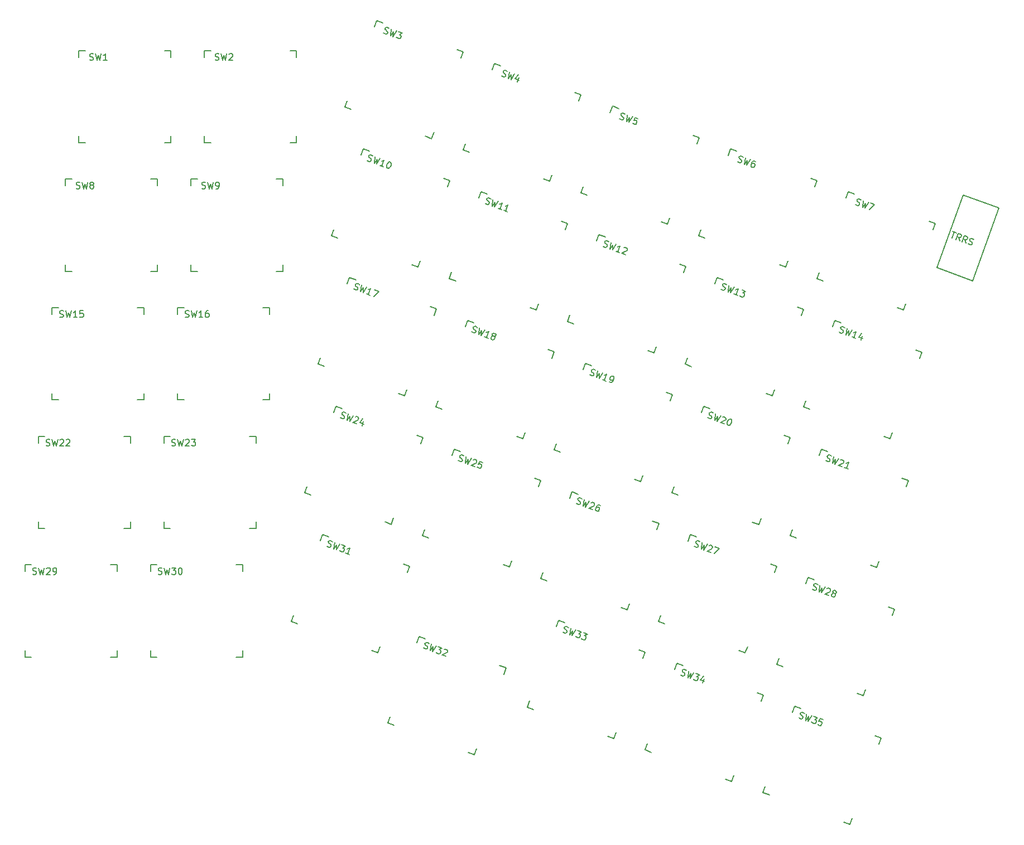
<source format=gbr>
%TF.GenerationSoftware,KiCad,Pcbnew,(6.0.5)*%
%TF.CreationDate,2022-06-09T21:08:53+09:00*%
%TF.ProjectId,KEMgonomics,4b454d67-6f6e-46f6-9d69-63732e6b6963,rev?*%
%TF.SameCoordinates,Original*%
%TF.FileFunction,Legend,Top*%
%TF.FilePolarity,Positive*%
%FSLAX46Y46*%
G04 Gerber Fmt 4.6, Leading zero omitted, Abs format (unit mm)*
G04 Created by KiCad (PCBNEW (6.0.5)) date 2022-06-09 21:08:53*
%MOMM*%
%LPD*%
G01*
G04 APERTURE LIST*
%ADD10C,0.150000*%
G04 APERTURE END LIST*
D10*
%TO.C,SW22*%
X7397765Y-95746400D02*
X7540622Y-95794019D01*
X7778717Y-95794019D01*
X7873955Y-95746400D01*
X7921574Y-95698781D01*
X7969193Y-95603543D01*
X7969193Y-95508305D01*
X7921574Y-95413067D01*
X7873955Y-95365448D01*
X7778717Y-95317829D01*
X7588241Y-95270210D01*
X7493003Y-95222591D01*
X7445384Y-95174972D01*
X7397765Y-95079734D01*
X7397765Y-94984496D01*
X7445384Y-94889258D01*
X7493003Y-94841639D01*
X7588241Y-94794019D01*
X7826336Y-94794019D01*
X7969193Y-94841639D01*
X8302527Y-94794019D02*
X8540622Y-95794019D01*
X8731098Y-95079734D01*
X8921574Y-95794019D01*
X9159669Y-94794019D01*
X9493003Y-94889258D02*
X9540622Y-94841639D01*
X9635860Y-94794019D01*
X9873955Y-94794019D01*
X9969193Y-94841639D01*
X10016812Y-94889258D01*
X10064431Y-94984496D01*
X10064431Y-95079734D01*
X10016812Y-95222591D01*
X9445384Y-95794019D01*
X10064431Y-95794019D01*
X10445384Y-94889258D02*
X10493003Y-94841639D01*
X10588241Y-94794019D01*
X10826336Y-94794019D01*
X10921574Y-94841639D01*
X10969193Y-94889258D01*
X11016812Y-94984496D01*
X11016812Y-95079734D01*
X10969193Y-95222591D01*
X10397765Y-95794019D01*
X11016812Y-95794019D01*
%TO.C,SW26*%
X87831693Y-104515092D02*
X87949648Y-104608699D01*
X88173384Y-104690132D01*
X88279165Y-104677958D01*
X88340199Y-104649498D01*
X88417520Y-104576290D01*
X88450093Y-104486795D01*
X88437919Y-104381014D01*
X88409459Y-104319980D01*
X88336251Y-104242660D01*
X88173548Y-104132766D01*
X88100341Y-104055445D01*
X88071880Y-103994411D01*
X88059706Y-103888630D01*
X88092279Y-103799135D01*
X88169600Y-103725928D01*
X88230634Y-103697467D01*
X88336415Y-103685293D01*
X88560151Y-103766726D01*
X88678107Y-103860334D01*
X89007624Y-103929593D02*
X88889340Y-104950719D01*
X89312630Y-104344657D01*
X89247318Y-105081013D01*
X89813075Y-104222753D01*
X90093733Y-104426254D02*
X90154766Y-104397794D01*
X90260548Y-104385620D01*
X90484284Y-104467053D01*
X90557492Y-104544374D01*
X90585952Y-104605408D01*
X90598126Y-104711189D01*
X90565553Y-104800684D01*
X90471946Y-104918639D01*
X89739538Y-105260166D01*
X90321253Y-105471893D01*
X91468724Y-104825360D02*
X91289735Y-104760213D01*
X91183954Y-104772387D01*
X91122920Y-104800848D01*
X90984565Y-104902516D01*
X90874671Y-105065219D01*
X90744378Y-105423197D01*
X90756552Y-105528978D01*
X90785012Y-105590012D01*
X90858220Y-105667333D01*
X91037209Y-105732479D01*
X91142990Y-105720306D01*
X91204024Y-105691845D01*
X91281345Y-105618637D01*
X91362778Y-105394901D01*
X91350604Y-105289120D01*
X91322144Y-105228086D01*
X91248936Y-105150765D01*
X91069947Y-105085618D01*
X90964166Y-105097792D01*
X90903132Y-105126253D01*
X90825811Y-105199461D01*
%TO.C,SW21*%
X125674179Y-98016045D02*
X125792134Y-98109652D01*
X126015870Y-98191085D01*
X126121651Y-98178911D01*
X126182685Y-98150451D01*
X126260006Y-98077243D01*
X126292579Y-97987748D01*
X126280405Y-97881967D01*
X126251945Y-97820933D01*
X126178737Y-97743613D01*
X126016034Y-97633719D01*
X125942827Y-97556398D01*
X125914366Y-97495364D01*
X125902192Y-97389583D01*
X125934765Y-97300088D01*
X126012086Y-97226881D01*
X126073120Y-97198420D01*
X126178901Y-97186246D01*
X126402637Y-97267679D01*
X126520593Y-97361287D01*
X126850110Y-97430546D02*
X126731826Y-98451672D01*
X127155116Y-97845610D01*
X127089804Y-98581966D01*
X127655561Y-97723706D01*
X127936219Y-97927207D02*
X127997252Y-97898747D01*
X128103034Y-97886573D01*
X128326770Y-97968006D01*
X128399978Y-98045327D01*
X128428438Y-98106361D01*
X128440612Y-98212142D01*
X128408039Y-98301637D01*
X128314432Y-98419592D01*
X127582024Y-98761119D01*
X128163739Y-98972846D01*
X129058684Y-99298579D02*
X128521717Y-99103139D01*
X128790201Y-99200859D02*
X129132221Y-98261166D01*
X128993866Y-98362835D01*
X128871798Y-98419756D01*
X128766017Y-98431930D01*
%TO.C,SW28*%
X123633979Y-117546059D02*
X123751934Y-117639666D01*
X123975670Y-117721099D01*
X124081451Y-117708925D01*
X124142485Y-117680465D01*
X124219806Y-117607257D01*
X124252379Y-117517762D01*
X124240205Y-117411981D01*
X124211745Y-117350947D01*
X124138537Y-117273627D01*
X123975834Y-117163733D01*
X123902627Y-117086412D01*
X123874166Y-117025378D01*
X123861992Y-116919597D01*
X123894565Y-116830102D01*
X123971886Y-116756895D01*
X124032920Y-116728434D01*
X124138701Y-116716260D01*
X124362437Y-116797693D01*
X124480393Y-116891301D01*
X124809910Y-116960560D02*
X124691626Y-117981686D01*
X125114916Y-117375624D01*
X125049604Y-118111980D01*
X125615361Y-117253720D01*
X125896019Y-117457221D02*
X125957052Y-117428761D01*
X126062834Y-117416587D01*
X126286570Y-117498020D01*
X126359778Y-117575341D01*
X126388238Y-117636375D01*
X126400412Y-117742156D01*
X126367839Y-117831651D01*
X126274232Y-117949606D01*
X125541824Y-118291133D01*
X126123539Y-118502860D01*
X126855946Y-118161333D02*
X126782738Y-118084012D01*
X126754278Y-118022978D01*
X126742104Y-117917197D01*
X126758391Y-117872450D01*
X126835711Y-117799242D01*
X126896745Y-117770781D01*
X127002526Y-117758607D01*
X127181515Y-117823754D01*
X127254723Y-117901074D01*
X127283184Y-117962108D01*
X127295358Y-118067890D01*
X127279071Y-118112637D01*
X127201750Y-118185845D01*
X127140716Y-118214305D01*
X127034935Y-118226479D01*
X126855946Y-118161333D01*
X126750165Y-118173506D01*
X126689131Y-118201967D01*
X126611810Y-118275175D01*
X126546664Y-118454164D01*
X126558838Y-118559945D01*
X126587298Y-118620979D01*
X126660506Y-118698300D01*
X126839495Y-118763446D01*
X126945276Y-118751273D01*
X127006310Y-118722812D01*
X127083631Y-118649604D01*
X127148778Y-118470615D01*
X127136604Y-118364834D01*
X127108143Y-118303800D01*
X127034935Y-118226479D01*
%TO.C,SW6*%
X112300901Y-52603395D02*
X112418856Y-52697003D01*
X112642593Y-52778436D01*
X112748374Y-52766262D01*
X112809408Y-52737802D01*
X112886729Y-52664594D01*
X112919302Y-52575099D01*
X112907128Y-52469318D01*
X112878667Y-52408284D01*
X112805459Y-52330963D01*
X112642757Y-52221069D01*
X112569549Y-52143749D01*
X112541089Y-52082715D01*
X112528915Y-51976934D01*
X112561488Y-51887439D01*
X112638809Y-51814231D01*
X112699843Y-51785771D01*
X112805624Y-51773597D01*
X113029360Y-51855030D01*
X113147315Y-51948637D01*
X113476833Y-52017897D02*
X113358549Y-53039023D01*
X113781838Y-52432961D01*
X113716527Y-53169316D01*
X114282284Y-52311057D01*
X115042987Y-52587930D02*
X114863998Y-52522784D01*
X114758217Y-52534958D01*
X114697183Y-52563418D01*
X114558828Y-52665087D01*
X114448934Y-52827789D01*
X114318641Y-53185767D01*
X114330815Y-53291548D01*
X114359276Y-53352582D01*
X114432483Y-53429903D01*
X114611473Y-53495050D01*
X114717254Y-53482876D01*
X114778288Y-53454415D01*
X114855608Y-53381207D01*
X114937042Y-53157471D01*
X114924868Y-53051690D01*
X114896407Y-52990656D01*
X114823199Y-52913335D01*
X114644210Y-52848189D01*
X114538429Y-52860362D01*
X114477395Y-52888823D01*
X114400074Y-52962031D01*
%TO.C,SW4*%
X76498612Y-39572429D02*
X76616567Y-39666037D01*
X76840304Y-39747470D01*
X76946085Y-39735296D01*
X77007119Y-39706836D01*
X77084440Y-39633628D01*
X77117013Y-39544133D01*
X77104839Y-39438352D01*
X77076378Y-39377318D01*
X77003170Y-39299997D01*
X76840468Y-39190103D01*
X76767260Y-39112783D01*
X76738800Y-39051749D01*
X76726626Y-38945968D01*
X76759199Y-38856473D01*
X76836520Y-38783265D01*
X76897554Y-38754805D01*
X77003335Y-38742631D01*
X77227071Y-38824064D01*
X77345026Y-38917671D01*
X77674544Y-38986931D02*
X77556260Y-40008057D01*
X77979549Y-39401995D01*
X77914238Y-40138350D01*
X78479995Y-39280091D01*
X79126691Y-39870195D02*
X78898678Y-40496657D01*
X79033249Y-39430784D02*
X78565212Y-40020559D01*
X79146927Y-40232286D01*
%TO.C,SW14*%
X127714375Y-78486030D02*
X127832330Y-78579637D01*
X128056066Y-78661070D01*
X128161847Y-78648896D01*
X128222881Y-78620436D01*
X128300202Y-78547228D01*
X128332775Y-78457733D01*
X128320601Y-78351952D01*
X128292141Y-78290918D01*
X128218933Y-78213598D01*
X128056230Y-78103704D01*
X127983023Y-78026383D01*
X127954562Y-77965349D01*
X127942388Y-77859568D01*
X127974961Y-77770073D01*
X128052282Y-77696866D01*
X128113316Y-77668405D01*
X128219097Y-77656231D01*
X128442833Y-77737664D01*
X128560789Y-77831272D01*
X128890306Y-77900531D02*
X128772022Y-78921657D01*
X129195312Y-78315595D01*
X129130000Y-79051951D01*
X129695757Y-78193691D01*
X130203935Y-79442831D02*
X129666968Y-79247391D01*
X129935451Y-79345111D02*
X130277471Y-78405418D01*
X130139117Y-78507086D01*
X130017049Y-78564008D01*
X129911268Y-78576182D01*
X131237399Y-79109529D02*
X131009386Y-79735991D01*
X131143956Y-78670118D02*
X130675920Y-79259893D01*
X131257634Y-79471620D01*
%TO.C,SW31*%
X49989205Y-111014139D02*
X50107160Y-111107746D01*
X50330896Y-111189179D01*
X50436677Y-111177005D01*
X50497711Y-111148545D01*
X50575032Y-111075337D01*
X50607605Y-110985842D01*
X50595431Y-110880061D01*
X50566971Y-110819027D01*
X50493763Y-110741707D01*
X50331060Y-110631813D01*
X50257853Y-110554492D01*
X50229392Y-110493458D01*
X50217218Y-110387677D01*
X50249791Y-110298182D01*
X50327112Y-110224975D01*
X50388146Y-110196514D01*
X50493927Y-110184340D01*
X50717663Y-110265773D01*
X50835619Y-110359381D01*
X51165136Y-110428640D02*
X51046852Y-111449766D01*
X51470142Y-110843704D01*
X51404830Y-111580060D01*
X51970587Y-110721800D01*
X52239071Y-110819520D02*
X52820785Y-111031247D01*
X52377261Y-111275218D01*
X52511503Y-111324078D01*
X52584710Y-111401399D01*
X52613171Y-111462433D01*
X52625345Y-111568214D01*
X52543912Y-111791951D01*
X52466591Y-111865158D01*
X52405557Y-111893619D01*
X52299776Y-111905793D01*
X52031292Y-111808073D01*
X51958084Y-111730752D01*
X51929624Y-111669718D01*
X53373710Y-112296673D02*
X52836743Y-112101233D01*
X53105227Y-112198953D02*
X53447247Y-111259260D01*
X53308892Y-111360929D01*
X53186824Y-111417850D01*
X53081043Y-111430024D01*
%TO.C,SW18*%
X71970743Y-78469593D02*
X72088698Y-78563200D01*
X72312434Y-78644633D01*
X72418215Y-78632459D01*
X72479249Y-78603999D01*
X72556570Y-78530791D01*
X72589143Y-78441296D01*
X72576969Y-78335515D01*
X72548509Y-78274481D01*
X72475301Y-78197161D01*
X72312598Y-78087267D01*
X72239391Y-78009946D01*
X72210930Y-77948912D01*
X72198756Y-77843131D01*
X72231329Y-77753636D01*
X72308650Y-77680429D01*
X72369684Y-77651968D01*
X72475465Y-77639794D01*
X72699201Y-77721227D01*
X72817157Y-77814835D01*
X73146674Y-77884094D02*
X73028390Y-78905220D01*
X73451680Y-78299158D01*
X73386368Y-79035514D01*
X73952125Y-78177254D01*
X74460303Y-79426394D02*
X73923336Y-79230954D01*
X74191819Y-79328674D02*
X74533839Y-78388981D01*
X74395485Y-78490649D01*
X74273417Y-78547571D01*
X74167636Y-78559745D01*
X75192710Y-79084867D02*
X75119502Y-79007546D01*
X75091042Y-78946512D01*
X75078868Y-78840731D01*
X75095155Y-78795984D01*
X75172475Y-78722776D01*
X75233509Y-78694315D01*
X75339290Y-78682141D01*
X75518279Y-78747288D01*
X75591487Y-78824608D01*
X75619948Y-78885642D01*
X75632122Y-78991424D01*
X75615835Y-79036171D01*
X75538514Y-79109379D01*
X75477480Y-79137839D01*
X75371699Y-79150013D01*
X75192710Y-79084867D01*
X75086929Y-79097040D01*
X75025895Y-79125501D01*
X74948574Y-79198709D01*
X74883428Y-79377698D01*
X74895602Y-79483479D01*
X74924062Y-79544513D01*
X74997270Y-79621834D01*
X75176259Y-79686980D01*
X75282040Y-79674807D01*
X75343074Y-79646346D01*
X75420395Y-79573138D01*
X75485542Y-79394149D01*
X75473368Y-79288368D01*
X75444907Y-79227334D01*
X75371699Y-79150013D01*
%TO.C,J1*%
X144931689Y-63227090D02*
X145468657Y-63422530D01*
X144858153Y-64264503D02*
X145200173Y-63324810D01*
X145976834Y-64671670D02*
X145826470Y-64110190D01*
X145439867Y-64476229D02*
X145781887Y-63536537D01*
X146139866Y-63666830D01*
X146213073Y-63744151D01*
X146241534Y-63805185D01*
X146253708Y-63910966D01*
X146204848Y-64045208D01*
X146127527Y-64118416D01*
X146066493Y-64146876D01*
X145960712Y-64159050D01*
X145602734Y-64028757D01*
X146916527Y-65013690D02*
X146766163Y-64452210D01*
X146379560Y-64818250D02*
X146721580Y-63878557D01*
X147079558Y-64008850D01*
X147152766Y-64086171D01*
X147181227Y-64147205D01*
X147193401Y-64252986D01*
X147144541Y-64387228D01*
X147067220Y-64460436D01*
X147006186Y-64488896D01*
X146900405Y-64501070D01*
X146542427Y-64370777D01*
X147290792Y-65099236D02*
X147408747Y-65192843D01*
X147632483Y-65274276D01*
X147738265Y-65262103D01*
X147799299Y-65233642D01*
X147876619Y-65160434D01*
X147909193Y-65070940D01*
X147897019Y-64965158D01*
X147868558Y-64904124D01*
X147795350Y-64826804D01*
X147632648Y-64716910D01*
X147559440Y-64639589D01*
X147530979Y-64578555D01*
X147518805Y-64472774D01*
X147551379Y-64383279D01*
X147628699Y-64310072D01*
X147689733Y-64281611D01*
X147795514Y-64269437D01*
X148019251Y-64350870D01*
X148137206Y-64444478D01*
%TO.C,SW32*%
X64632608Y-126480197D02*
X64750563Y-126573804D01*
X64974299Y-126655237D01*
X65080080Y-126643063D01*
X65141114Y-126614603D01*
X65218435Y-126541395D01*
X65251008Y-126451900D01*
X65238834Y-126346119D01*
X65210374Y-126285085D01*
X65137166Y-126207765D01*
X64974463Y-126097871D01*
X64901256Y-126020550D01*
X64872795Y-125959516D01*
X64860621Y-125853735D01*
X64893194Y-125764240D01*
X64970515Y-125691033D01*
X65031549Y-125662572D01*
X65137330Y-125650398D01*
X65361066Y-125731831D01*
X65479022Y-125825439D01*
X65808539Y-125894698D02*
X65690255Y-126915824D01*
X66113545Y-126309762D01*
X66048233Y-127046118D01*
X66613990Y-126187858D01*
X66882474Y-126285578D02*
X67464188Y-126497305D01*
X67020664Y-126741276D01*
X67154906Y-126790136D01*
X67228113Y-126867457D01*
X67256574Y-126928491D01*
X67268748Y-127034272D01*
X67187315Y-127258009D01*
X67109994Y-127331216D01*
X67048960Y-127359677D01*
X66943179Y-127371851D01*
X66674695Y-127274131D01*
X66601487Y-127196810D01*
X66573027Y-127135776D01*
X67789593Y-126717093D02*
X67850627Y-126688632D01*
X67956408Y-126676458D01*
X68180144Y-126757892D01*
X68253352Y-126835212D01*
X68281813Y-126896246D01*
X68293987Y-127002028D01*
X68261413Y-127091522D01*
X68167806Y-127209477D01*
X67435399Y-127551004D01*
X68017113Y-127762731D01*
%TO.C,SW7*%
X130202045Y-59118880D02*
X130320000Y-59212488D01*
X130543737Y-59293921D01*
X130649518Y-59281747D01*
X130710552Y-59253287D01*
X130787873Y-59180079D01*
X130820446Y-59090584D01*
X130808272Y-58984803D01*
X130779811Y-58923769D01*
X130706603Y-58846448D01*
X130543901Y-58736554D01*
X130470693Y-58659234D01*
X130442233Y-58598200D01*
X130430059Y-58492419D01*
X130462632Y-58402924D01*
X130539953Y-58329716D01*
X130600987Y-58301256D01*
X130706768Y-58289082D01*
X130930504Y-58370515D01*
X131048459Y-58464122D01*
X131377977Y-58533382D02*
X131259693Y-59554508D01*
X131682982Y-58948446D01*
X131617671Y-59684801D01*
X132183428Y-58826542D01*
X132451911Y-58924262D02*
X133078373Y-59152275D01*
X132333627Y-59945388D01*
%TO.C,SW16*%
X28487963Y-76216385D02*
X28630820Y-76264004D01*
X28868915Y-76264004D01*
X28964153Y-76216385D01*
X29011772Y-76168766D01*
X29059391Y-76073528D01*
X29059391Y-75978290D01*
X29011772Y-75883052D01*
X28964153Y-75835433D01*
X28868915Y-75787814D01*
X28678439Y-75740195D01*
X28583201Y-75692576D01*
X28535582Y-75644957D01*
X28487963Y-75549719D01*
X28487963Y-75454481D01*
X28535582Y-75359243D01*
X28583201Y-75311624D01*
X28678439Y-75264004D01*
X28916534Y-75264004D01*
X29059391Y-75311624D01*
X29392725Y-75264004D02*
X29630820Y-76264004D01*
X29821296Y-75549719D01*
X30011772Y-76264004D01*
X30249867Y-75264004D01*
X31154629Y-76264004D02*
X30583201Y-76264004D01*
X30868915Y-76264004D02*
X30868915Y-75264004D01*
X30773677Y-75406862D01*
X30678439Y-75502100D01*
X30583201Y-75549719D01*
X32011772Y-75264004D02*
X31821296Y-75264004D01*
X31726058Y-75311624D01*
X31678439Y-75359243D01*
X31583201Y-75502100D01*
X31535582Y-75692576D01*
X31535582Y-76073528D01*
X31583201Y-76168766D01*
X31630820Y-76216385D01*
X31726058Y-76264004D01*
X31916534Y-76264004D01*
X32011772Y-76216385D01*
X32059391Y-76168766D01*
X32107010Y-76073528D01*
X32107010Y-75835433D01*
X32059391Y-75740195D01*
X32011772Y-75692576D01*
X31916534Y-75644957D01*
X31726058Y-75644957D01*
X31630820Y-75692576D01*
X31583201Y-75740195D01*
X31535582Y-75835433D01*
%TO.C,SW33*%
X85791494Y-124045106D02*
X85909449Y-124138713D01*
X86133185Y-124220146D01*
X86238966Y-124207972D01*
X86300000Y-124179512D01*
X86377321Y-124106304D01*
X86409894Y-124016809D01*
X86397720Y-123911028D01*
X86369260Y-123849994D01*
X86296052Y-123772674D01*
X86133349Y-123662780D01*
X86060142Y-123585459D01*
X86031681Y-123524425D01*
X86019507Y-123418644D01*
X86052080Y-123329149D01*
X86129401Y-123255942D01*
X86190435Y-123227481D01*
X86296216Y-123215307D01*
X86519952Y-123296740D01*
X86637908Y-123390348D01*
X86967425Y-123459607D02*
X86849141Y-124480733D01*
X87272431Y-123874671D01*
X87207119Y-124611027D01*
X87772876Y-123752767D01*
X88041360Y-123850487D02*
X88623074Y-124062214D01*
X88179550Y-124306185D01*
X88313792Y-124355045D01*
X88386999Y-124432366D01*
X88415460Y-124493400D01*
X88427634Y-124599181D01*
X88346201Y-124822918D01*
X88268880Y-124896125D01*
X88207846Y-124924586D01*
X88102065Y-124936760D01*
X87833581Y-124839040D01*
X87760373Y-124761719D01*
X87731913Y-124700685D01*
X88936305Y-124176221D02*
X89518019Y-124387948D01*
X89074495Y-124631919D01*
X89208737Y-124680779D01*
X89281945Y-124758100D01*
X89310405Y-124819134D01*
X89322579Y-124924915D01*
X89241146Y-125148651D01*
X89163825Y-125221859D01*
X89102791Y-125250320D01*
X88997010Y-125262493D01*
X88728527Y-125164773D01*
X88655319Y-125087453D01*
X88626858Y-125026419D01*
%TO.C,SW19*%
X89871890Y-84985077D02*
X89989845Y-85078684D01*
X90213581Y-85160117D01*
X90319362Y-85147943D01*
X90380396Y-85119483D01*
X90457717Y-85046275D01*
X90490290Y-84956780D01*
X90478116Y-84850999D01*
X90449656Y-84789965D01*
X90376448Y-84712645D01*
X90213745Y-84602751D01*
X90140538Y-84525430D01*
X90112077Y-84464396D01*
X90099903Y-84358615D01*
X90132476Y-84269120D01*
X90209797Y-84195913D01*
X90270831Y-84167452D01*
X90376612Y-84155278D01*
X90600348Y-84236711D01*
X90718304Y-84330319D01*
X91047821Y-84399578D02*
X90929537Y-85420704D01*
X91352827Y-84814642D01*
X91287515Y-85550998D01*
X91853272Y-84692738D01*
X92361450Y-85941878D02*
X91824483Y-85746438D01*
X92092966Y-85844158D02*
X92434986Y-84904465D01*
X92296632Y-85006133D01*
X92174564Y-85063055D01*
X92068783Y-85075229D01*
X92808923Y-86104744D02*
X92987912Y-86169891D01*
X93093693Y-86157717D01*
X93154727Y-86129257D01*
X93293081Y-86027588D01*
X93402975Y-85864886D01*
X93533269Y-85506908D01*
X93521095Y-85401126D01*
X93492634Y-85340092D01*
X93419426Y-85262772D01*
X93240437Y-85197625D01*
X93134656Y-85209799D01*
X93073622Y-85238260D01*
X92996302Y-85311468D01*
X92914868Y-85535204D01*
X92927042Y-85640985D01*
X92955503Y-85702019D01*
X93028711Y-85779340D01*
X93207700Y-85844486D01*
X93313481Y-85832312D01*
X93374515Y-85803852D01*
X93451835Y-85730644D01*
%TO.C,SW1*%
X13994548Y-37156354D02*
X14137405Y-37203973D01*
X14375501Y-37203973D01*
X14470739Y-37156354D01*
X14518358Y-37108735D01*
X14565977Y-37013497D01*
X14565977Y-36918259D01*
X14518358Y-36823021D01*
X14470739Y-36775402D01*
X14375501Y-36727783D01*
X14185024Y-36680164D01*
X14089786Y-36632545D01*
X14042167Y-36584926D01*
X13994548Y-36489688D01*
X13994548Y-36394450D01*
X14042167Y-36299212D01*
X14089786Y-36251593D01*
X14185024Y-36203973D01*
X14423120Y-36203973D01*
X14565977Y-36251593D01*
X14899310Y-36203973D02*
X15137405Y-37203973D01*
X15327882Y-36489688D01*
X15518358Y-37203973D01*
X15756453Y-36203973D01*
X16661215Y-37203973D02*
X16089786Y-37203973D01*
X16375501Y-37203973D02*
X16375501Y-36203973D01*
X16280262Y-36346831D01*
X16185024Y-36442069D01*
X16089786Y-36489688D01*
%TO.C,SW15*%
X9437963Y-76216384D02*
X9580820Y-76264003D01*
X9818915Y-76264003D01*
X9914153Y-76216384D01*
X9961772Y-76168765D01*
X10009391Y-76073527D01*
X10009391Y-75978289D01*
X9961772Y-75883051D01*
X9914153Y-75835432D01*
X9818915Y-75787813D01*
X9628439Y-75740194D01*
X9533201Y-75692575D01*
X9485582Y-75644956D01*
X9437963Y-75549718D01*
X9437963Y-75454480D01*
X9485582Y-75359242D01*
X9533201Y-75311623D01*
X9628439Y-75264003D01*
X9866534Y-75264003D01*
X10009391Y-75311623D01*
X10342725Y-75264003D02*
X10580820Y-76264003D01*
X10771296Y-75549718D01*
X10961772Y-76264003D01*
X11199867Y-75264003D01*
X12104629Y-76264003D02*
X11533201Y-76264003D01*
X11818915Y-76264003D02*
X11818915Y-75264003D01*
X11723677Y-75406861D01*
X11628439Y-75502099D01*
X11533201Y-75549718D01*
X13009391Y-75264003D02*
X12533201Y-75264003D01*
X12485582Y-75740194D01*
X12533201Y-75692575D01*
X12628439Y-75644956D01*
X12866534Y-75644956D01*
X12961772Y-75692575D01*
X13009391Y-75740194D01*
X13057010Y-75835432D01*
X13057010Y-76073527D01*
X13009391Y-76168765D01*
X12961772Y-76216384D01*
X12866534Y-76264003D01*
X12628439Y-76264003D01*
X12533201Y-76216384D01*
X12485582Y-76168765D01*
%TO.C,SW25*%
X69930546Y-97999608D02*
X70048501Y-98093215D01*
X70272237Y-98174648D01*
X70378018Y-98162474D01*
X70439052Y-98134014D01*
X70516373Y-98060806D01*
X70548946Y-97971311D01*
X70536772Y-97865530D01*
X70508312Y-97804496D01*
X70435104Y-97727176D01*
X70272401Y-97617282D01*
X70199194Y-97539961D01*
X70170733Y-97478927D01*
X70158559Y-97373146D01*
X70191132Y-97283651D01*
X70268453Y-97210444D01*
X70329487Y-97181983D01*
X70435268Y-97169809D01*
X70659004Y-97251242D01*
X70776960Y-97344850D01*
X71106477Y-97414109D02*
X70988193Y-98435235D01*
X71411483Y-97829173D01*
X71346171Y-98565529D01*
X71911928Y-97707269D01*
X72192586Y-97910770D02*
X72253619Y-97882310D01*
X72359401Y-97870136D01*
X72583137Y-97951569D01*
X72656345Y-98028890D01*
X72684805Y-98089924D01*
X72696979Y-98195705D01*
X72664406Y-98285200D01*
X72570799Y-98403155D01*
X71838391Y-98744682D01*
X72420106Y-98956409D01*
X73612324Y-98326163D02*
X73164851Y-98163296D01*
X72957237Y-98594482D01*
X73018271Y-98566022D01*
X73124053Y-98553848D01*
X73347789Y-98635281D01*
X73420997Y-98712602D01*
X73449457Y-98773636D01*
X73461631Y-98879417D01*
X73380198Y-99103153D01*
X73302877Y-99176361D01*
X73241843Y-99204822D01*
X73136062Y-99216995D01*
X72912326Y-99135562D01*
X72839118Y-99058241D01*
X72810657Y-98997208D01*
%TO.C,SW29*%
X5357566Y-115276417D02*
X5500423Y-115324036D01*
X5738518Y-115324036D01*
X5833756Y-115276417D01*
X5881375Y-115228798D01*
X5928994Y-115133560D01*
X5928994Y-115038322D01*
X5881375Y-114943084D01*
X5833756Y-114895465D01*
X5738518Y-114847846D01*
X5548042Y-114800227D01*
X5452804Y-114752608D01*
X5405185Y-114704989D01*
X5357566Y-114609751D01*
X5357566Y-114514513D01*
X5405185Y-114419275D01*
X5452804Y-114371656D01*
X5548042Y-114324036D01*
X5786137Y-114324036D01*
X5928994Y-114371656D01*
X6262328Y-114324036D02*
X6500423Y-115324036D01*
X6690899Y-114609751D01*
X6881375Y-115324036D01*
X7119470Y-114324036D01*
X7452804Y-114419275D02*
X7500423Y-114371656D01*
X7595661Y-114324036D01*
X7833756Y-114324036D01*
X7928994Y-114371656D01*
X7976613Y-114419275D01*
X8024232Y-114514513D01*
X8024232Y-114609751D01*
X7976613Y-114752608D01*
X7405185Y-115324036D01*
X8024232Y-115324036D01*
X8500423Y-115324036D02*
X8690899Y-115324036D01*
X8786137Y-115276417D01*
X8833756Y-115228798D01*
X8928994Y-115085941D01*
X8976613Y-114895465D01*
X8976613Y-114514513D01*
X8928994Y-114419275D01*
X8881375Y-114371656D01*
X8786137Y-114324036D01*
X8595661Y-114324036D01*
X8500423Y-114371656D01*
X8452804Y-114419275D01*
X8405185Y-114514513D01*
X8405185Y-114752608D01*
X8452804Y-114847846D01*
X8500423Y-114895465D01*
X8595661Y-114943084D01*
X8786137Y-114943084D01*
X8881375Y-114895465D01*
X8928994Y-114847846D01*
X8976613Y-114752608D01*
%TO.C,SW35*%
X121593782Y-137076074D02*
X121711737Y-137169681D01*
X121935473Y-137251114D01*
X122041254Y-137238940D01*
X122102288Y-137210480D01*
X122179609Y-137137272D01*
X122212182Y-137047777D01*
X122200008Y-136941996D01*
X122171548Y-136880962D01*
X122098340Y-136803642D01*
X121935637Y-136693748D01*
X121862430Y-136616427D01*
X121833969Y-136555393D01*
X121821795Y-136449612D01*
X121854368Y-136360117D01*
X121931689Y-136286910D01*
X121992723Y-136258449D01*
X122098504Y-136246275D01*
X122322240Y-136327708D01*
X122440196Y-136421316D01*
X122769713Y-136490575D02*
X122651429Y-137511701D01*
X123074719Y-136905639D01*
X123009407Y-137641995D01*
X123575164Y-136783735D01*
X123843648Y-136881455D02*
X124425362Y-137093182D01*
X123981838Y-137337153D01*
X124116080Y-137386013D01*
X124189287Y-137463334D01*
X124217748Y-137524368D01*
X124229922Y-137630149D01*
X124148489Y-137853886D01*
X124071168Y-137927093D01*
X124010134Y-137955554D01*
X123904353Y-137967728D01*
X123635869Y-137870008D01*
X123562661Y-137792687D01*
X123534201Y-137731653D01*
X125275560Y-137402629D02*
X124828087Y-137239762D01*
X124620473Y-137670948D01*
X124681507Y-137642488D01*
X124787289Y-137630314D01*
X125011025Y-137711747D01*
X125084233Y-137789068D01*
X125112693Y-137850102D01*
X125124867Y-137955883D01*
X125043434Y-138179619D01*
X124966113Y-138252827D01*
X124905079Y-138281288D01*
X124799298Y-138293461D01*
X124575562Y-138212028D01*
X124502354Y-138134707D01*
X124473893Y-138073674D01*
%TO.C,SW9*%
X31004351Y-56686368D02*
X31147208Y-56733987D01*
X31385304Y-56733987D01*
X31480542Y-56686368D01*
X31528161Y-56638749D01*
X31575780Y-56543511D01*
X31575780Y-56448273D01*
X31528161Y-56353035D01*
X31480542Y-56305416D01*
X31385304Y-56257797D01*
X31194827Y-56210178D01*
X31099589Y-56162559D01*
X31051970Y-56114940D01*
X31004351Y-56019702D01*
X31004351Y-55924464D01*
X31051970Y-55829226D01*
X31099589Y-55781607D01*
X31194827Y-55733987D01*
X31432923Y-55733987D01*
X31575780Y-55781607D01*
X31909113Y-55733987D02*
X32147208Y-56733987D01*
X32337685Y-56019702D01*
X32528161Y-56733987D01*
X32766256Y-55733987D01*
X33194827Y-56733987D02*
X33385304Y-56733987D01*
X33480542Y-56686368D01*
X33528161Y-56638749D01*
X33623399Y-56495892D01*
X33671018Y-56305416D01*
X33671018Y-55924464D01*
X33623399Y-55829226D01*
X33575780Y-55781607D01*
X33480542Y-55733987D01*
X33290065Y-55733987D01*
X33194827Y-55781607D01*
X33147208Y-55829226D01*
X33099589Y-55924464D01*
X33099589Y-56162559D01*
X33147208Y-56257797D01*
X33194827Y-56305416D01*
X33290065Y-56353035D01*
X33480542Y-56353035D01*
X33575780Y-56305416D01*
X33623399Y-56257797D01*
X33671018Y-56162559D01*
%TO.C,SW27*%
X105732835Y-111030575D02*
X105850790Y-111124182D01*
X106074526Y-111205615D01*
X106180307Y-111193441D01*
X106241341Y-111164981D01*
X106318662Y-111091773D01*
X106351235Y-111002278D01*
X106339061Y-110896497D01*
X106310601Y-110835463D01*
X106237393Y-110758143D01*
X106074690Y-110648249D01*
X106001483Y-110570928D01*
X105973022Y-110509894D01*
X105960848Y-110404113D01*
X105993421Y-110314618D01*
X106070742Y-110241411D01*
X106131776Y-110212950D01*
X106237557Y-110200776D01*
X106461293Y-110282209D01*
X106579249Y-110375817D01*
X106908766Y-110445076D02*
X106790482Y-111466202D01*
X107213772Y-110860140D01*
X107148460Y-111596496D01*
X107714217Y-110738236D01*
X107994875Y-110941737D02*
X108055908Y-110913277D01*
X108161690Y-110901103D01*
X108385426Y-110982536D01*
X108458634Y-111059857D01*
X108487094Y-111120891D01*
X108499268Y-111226672D01*
X108466695Y-111316167D01*
X108373088Y-111434122D01*
X107640680Y-111775649D01*
X108222395Y-111987376D01*
X108877646Y-111161690D02*
X109504108Y-111389703D01*
X108759362Y-112182816D01*
%TO.C,SW34*%
X103692637Y-130560591D02*
X103810592Y-130654198D01*
X104034328Y-130735631D01*
X104140109Y-130723457D01*
X104201143Y-130694997D01*
X104278464Y-130621789D01*
X104311037Y-130532294D01*
X104298863Y-130426513D01*
X104270403Y-130365479D01*
X104197195Y-130288159D01*
X104034492Y-130178265D01*
X103961285Y-130100944D01*
X103932824Y-130039910D01*
X103920650Y-129934129D01*
X103953223Y-129844634D01*
X104030544Y-129771427D01*
X104091578Y-129742966D01*
X104197359Y-129730792D01*
X104421095Y-129812225D01*
X104539051Y-129905833D01*
X104868568Y-129975092D02*
X104750284Y-130996218D01*
X105173574Y-130390156D01*
X105108262Y-131126512D01*
X105674019Y-130268252D01*
X105942503Y-130365972D02*
X106524217Y-130577699D01*
X106080693Y-130821670D01*
X106214935Y-130870530D01*
X106288142Y-130947851D01*
X106316603Y-131008885D01*
X106328777Y-131114666D01*
X106247344Y-131338403D01*
X106170023Y-131411610D01*
X106108989Y-131440071D01*
X106003208Y-131452245D01*
X105734724Y-131354525D01*
X105661516Y-131277204D01*
X105633056Y-131216170D01*
X107215661Y-131184090D02*
X106987648Y-131810552D01*
X107122218Y-130744679D02*
X106654182Y-131334454D01*
X107235896Y-131546181D01*
%TO.C,SW20*%
X107773030Y-91500560D02*
X107890985Y-91594167D01*
X108114721Y-91675600D01*
X108220502Y-91663426D01*
X108281536Y-91634966D01*
X108358857Y-91561758D01*
X108391430Y-91472263D01*
X108379256Y-91366482D01*
X108350796Y-91305448D01*
X108277588Y-91228128D01*
X108114885Y-91118234D01*
X108041678Y-91040913D01*
X108013217Y-90979879D01*
X108001043Y-90874098D01*
X108033616Y-90784603D01*
X108110937Y-90711396D01*
X108171971Y-90682935D01*
X108277752Y-90670761D01*
X108501488Y-90752194D01*
X108619444Y-90845802D01*
X108948961Y-90915061D02*
X108830677Y-91936187D01*
X109253967Y-91330125D01*
X109188655Y-92066481D01*
X109754412Y-91208221D01*
X110035070Y-91411722D02*
X110096103Y-91383262D01*
X110201885Y-91371088D01*
X110425621Y-91452521D01*
X110498829Y-91529842D01*
X110527289Y-91590876D01*
X110539463Y-91696657D01*
X110506890Y-91786152D01*
X110413283Y-91904107D01*
X109680875Y-92245634D01*
X110262590Y-92457361D01*
X111186325Y-91729395D02*
X111275819Y-91761968D01*
X111349027Y-91839289D01*
X111377488Y-91900323D01*
X111389661Y-92006104D01*
X111369262Y-92201380D01*
X111287829Y-92425116D01*
X111177935Y-92587818D01*
X111100614Y-92661026D01*
X111039580Y-92689487D01*
X110933799Y-92701661D01*
X110844304Y-92669087D01*
X110771097Y-92591767D01*
X110742636Y-92530733D01*
X110730462Y-92424952D01*
X110750861Y-92229676D01*
X110832295Y-92005940D01*
X110942189Y-91843237D01*
X111019509Y-91770029D01*
X111080543Y-91741569D01*
X111186325Y-91729395D01*
%TO.C,SW17*%
X54069600Y-71954110D02*
X54187555Y-72047717D01*
X54411291Y-72129150D01*
X54517072Y-72116976D01*
X54578106Y-72088516D01*
X54655427Y-72015308D01*
X54688000Y-71925813D01*
X54675826Y-71820032D01*
X54647366Y-71758998D01*
X54574158Y-71681678D01*
X54411455Y-71571784D01*
X54338248Y-71494463D01*
X54309787Y-71433429D01*
X54297613Y-71327648D01*
X54330186Y-71238153D01*
X54407507Y-71164946D01*
X54468541Y-71136485D01*
X54574322Y-71124311D01*
X54798058Y-71205744D01*
X54916014Y-71299352D01*
X55245531Y-71368611D02*
X55127247Y-72389737D01*
X55550537Y-71783675D01*
X55485225Y-72520031D01*
X56050982Y-71661771D01*
X56559160Y-72910911D02*
X56022193Y-72715471D01*
X56290676Y-72813191D02*
X56632696Y-71873498D01*
X56494342Y-71975166D01*
X56372274Y-72032088D01*
X56266493Y-72044262D01*
X57214411Y-72085225D02*
X57840873Y-72313238D01*
X57096127Y-73106351D01*
%TO.C,SW3*%
X58597469Y-33056945D02*
X58715424Y-33150553D01*
X58939161Y-33231986D01*
X59044942Y-33219812D01*
X59105976Y-33191352D01*
X59183297Y-33118144D01*
X59215870Y-33028649D01*
X59203696Y-32922868D01*
X59175235Y-32861834D01*
X59102027Y-32784513D01*
X58939325Y-32674619D01*
X58866117Y-32597299D01*
X58837657Y-32536265D01*
X58825483Y-32430484D01*
X58858056Y-32340989D01*
X58935377Y-32267781D01*
X58996411Y-32239321D01*
X59102192Y-32227147D01*
X59325928Y-32308580D01*
X59443883Y-32402187D01*
X59773401Y-32471447D02*
X59655117Y-33492573D01*
X60078406Y-32886511D01*
X60013095Y-33622866D01*
X60578852Y-32764607D01*
X60847335Y-32862327D02*
X61429050Y-33074054D01*
X60985525Y-33318025D01*
X61119767Y-33366885D01*
X61192975Y-33444206D01*
X61221436Y-33505240D01*
X61233610Y-33611021D01*
X61152176Y-33834757D01*
X61074856Y-33907965D01*
X61013822Y-33936426D01*
X60908041Y-33948600D01*
X60639557Y-33850880D01*
X60566349Y-33773559D01*
X60537888Y-33712525D01*
%TO.C,SW30*%
X24407567Y-115276416D02*
X24550424Y-115324035D01*
X24788519Y-115324035D01*
X24883757Y-115276416D01*
X24931376Y-115228797D01*
X24978995Y-115133559D01*
X24978995Y-115038321D01*
X24931376Y-114943083D01*
X24883757Y-114895464D01*
X24788519Y-114847845D01*
X24598043Y-114800226D01*
X24502805Y-114752607D01*
X24455186Y-114704988D01*
X24407567Y-114609750D01*
X24407567Y-114514512D01*
X24455186Y-114419274D01*
X24502805Y-114371655D01*
X24598043Y-114324035D01*
X24836138Y-114324035D01*
X24978995Y-114371655D01*
X25312329Y-114324035D02*
X25550424Y-115324035D01*
X25740900Y-114609750D01*
X25931376Y-115324035D01*
X26169471Y-114324035D01*
X26455186Y-114324035D02*
X27074233Y-114324035D01*
X26740900Y-114704988D01*
X26883757Y-114704988D01*
X26978995Y-114752607D01*
X27026614Y-114800226D01*
X27074233Y-114895464D01*
X27074233Y-115133559D01*
X27026614Y-115228797D01*
X26978995Y-115276416D01*
X26883757Y-115324035D01*
X26598043Y-115324035D01*
X26502805Y-115276416D01*
X26455186Y-115228797D01*
X27693281Y-114324035D02*
X27788519Y-114324035D01*
X27883757Y-114371655D01*
X27931376Y-114419274D01*
X27978995Y-114514512D01*
X28026614Y-114704988D01*
X28026614Y-114943083D01*
X27978995Y-115133559D01*
X27931376Y-115228797D01*
X27883757Y-115276416D01*
X27788519Y-115324035D01*
X27693281Y-115324035D01*
X27598043Y-115276416D01*
X27550424Y-115228797D01*
X27502805Y-115133559D01*
X27455186Y-114943083D01*
X27455186Y-114704988D01*
X27502805Y-114514512D01*
X27550424Y-114419274D01*
X27598043Y-114371655D01*
X27693281Y-114324035D01*
%TO.C,SW8*%
X11954350Y-56686369D02*
X12097207Y-56733988D01*
X12335303Y-56733988D01*
X12430541Y-56686369D01*
X12478160Y-56638750D01*
X12525779Y-56543512D01*
X12525779Y-56448274D01*
X12478160Y-56353036D01*
X12430541Y-56305417D01*
X12335303Y-56257798D01*
X12144826Y-56210179D01*
X12049588Y-56162560D01*
X12001969Y-56114941D01*
X11954350Y-56019703D01*
X11954350Y-55924465D01*
X12001969Y-55829227D01*
X12049588Y-55781608D01*
X12144826Y-55733988D01*
X12382922Y-55733988D01*
X12525779Y-55781608D01*
X12859112Y-55733988D02*
X13097207Y-56733988D01*
X13287684Y-56019703D01*
X13478160Y-56733988D01*
X13716255Y-55733988D01*
X14240064Y-56162560D02*
X14144826Y-56114941D01*
X14097207Y-56067322D01*
X14049588Y-55972084D01*
X14049588Y-55924465D01*
X14097207Y-55829227D01*
X14144826Y-55781608D01*
X14240064Y-55733988D01*
X14430541Y-55733988D01*
X14525779Y-55781608D01*
X14573398Y-55829227D01*
X14621017Y-55924465D01*
X14621017Y-55972084D01*
X14573398Y-56067322D01*
X14525779Y-56114941D01*
X14430541Y-56162560D01*
X14240064Y-56162560D01*
X14144826Y-56210179D01*
X14097207Y-56257798D01*
X14049588Y-56353036D01*
X14049588Y-56543512D01*
X14097207Y-56638750D01*
X14144826Y-56686369D01*
X14240064Y-56733988D01*
X14430541Y-56733988D01*
X14525779Y-56686369D01*
X14573398Y-56638750D01*
X14621017Y-56543512D01*
X14621017Y-56353036D01*
X14573398Y-56257798D01*
X14525779Y-56210179D01*
X14430541Y-56162560D01*
%TO.C,SW24*%
X52029403Y-91484124D02*
X52147358Y-91577731D01*
X52371094Y-91659164D01*
X52476875Y-91646990D01*
X52537909Y-91618530D01*
X52615230Y-91545322D01*
X52647803Y-91455827D01*
X52635629Y-91350046D01*
X52607169Y-91289012D01*
X52533961Y-91211692D01*
X52371258Y-91101798D01*
X52298051Y-91024477D01*
X52269590Y-90963443D01*
X52257416Y-90857662D01*
X52289989Y-90768167D01*
X52367310Y-90694960D01*
X52428344Y-90666499D01*
X52534125Y-90654325D01*
X52757861Y-90735758D01*
X52875817Y-90829366D01*
X53205334Y-90898625D02*
X53087050Y-91919751D01*
X53510340Y-91313689D01*
X53445028Y-92050045D01*
X54010785Y-91191785D01*
X54291443Y-91395286D02*
X54352476Y-91366826D01*
X54458258Y-91354652D01*
X54681994Y-91436085D01*
X54755202Y-91513406D01*
X54783662Y-91574440D01*
X54795836Y-91680221D01*
X54763263Y-91769716D01*
X54669656Y-91887671D01*
X53937248Y-92229198D01*
X54518963Y-92440925D01*
X55552427Y-92107623D02*
X55324414Y-92734085D01*
X55458984Y-91668212D02*
X54990948Y-92257987D01*
X55572662Y-92469714D01*
%TO.C,SW10*%
X56109798Y-52424092D02*
X56227753Y-52517699D01*
X56451489Y-52599132D01*
X56557270Y-52586958D01*
X56618304Y-52558498D01*
X56695625Y-52485290D01*
X56728198Y-52395795D01*
X56716024Y-52290014D01*
X56687564Y-52228980D01*
X56614356Y-52151660D01*
X56451653Y-52041766D01*
X56378446Y-51964445D01*
X56349985Y-51903411D01*
X56337811Y-51797630D01*
X56370384Y-51708135D01*
X56447705Y-51634928D01*
X56508739Y-51606467D01*
X56614520Y-51594293D01*
X56838256Y-51675726D01*
X56956212Y-51769334D01*
X57285729Y-51838593D02*
X57167445Y-52859719D01*
X57590735Y-52253657D01*
X57525423Y-52990013D01*
X58091180Y-52131753D01*
X58599358Y-53380893D02*
X58062391Y-53185453D01*
X58330874Y-53283173D02*
X58672894Y-52343480D01*
X58534540Y-52445148D01*
X58412472Y-52502070D01*
X58306691Y-52514244D01*
X59523093Y-52652927D02*
X59612587Y-52685500D01*
X59685795Y-52762821D01*
X59714256Y-52823855D01*
X59726429Y-52929636D01*
X59706030Y-53124912D01*
X59624597Y-53348648D01*
X59514703Y-53511350D01*
X59437382Y-53584558D01*
X59376348Y-53613019D01*
X59270567Y-53625193D01*
X59181072Y-53592619D01*
X59107865Y-53515299D01*
X59079404Y-53454265D01*
X59067230Y-53348484D01*
X59087629Y-53153208D01*
X59169063Y-52929472D01*
X59278957Y-52766769D01*
X59356277Y-52693561D01*
X59417311Y-52665101D01*
X59523093Y-52652927D01*
%TO.C,SW13*%
X109813231Y-71970545D02*
X109931186Y-72064152D01*
X110154922Y-72145585D01*
X110260703Y-72133411D01*
X110321737Y-72104951D01*
X110399058Y-72031743D01*
X110431631Y-71942248D01*
X110419457Y-71836467D01*
X110390997Y-71775433D01*
X110317789Y-71698113D01*
X110155086Y-71588219D01*
X110081879Y-71510898D01*
X110053418Y-71449864D01*
X110041244Y-71344083D01*
X110073817Y-71254588D01*
X110151138Y-71181381D01*
X110212172Y-71152920D01*
X110317953Y-71140746D01*
X110541689Y-71222179D01*
X110659645Y-71315787D01*
X110989162Y-71385046D02*
X110870878Y-72406172D01*
X111294168Y-71800110D01*
X111228856Y-72536466D01*
X111794613Y-71678206D01*
X112302791Y-72927346D02*
X111765824Y-72731906D01*
X112034307Y-72829626D02*
X112376327Y-71889933D01*
X112237973Y-71991601D01*
X112115905Y-72048523D01*
X112010124Y-72060697D01*
X112958042Y-72101660D02*
X113539756Y-72313387D01*
X113096232Y-72557358D01*
X113230474Y-72606218D01*
X113303682Y-72683539D01*
X113332142Y-72744573D01*
X113344316Y-72850354D01*
X113262883Y-73074090D01*
X113185562Y-73147298D01*
X113124528Y-73175759D01*
X113018747Y-73187932D01*
X112750264Y-73090212D01*
X112677056Y-73012892D01*
X112648595Y-72951858D01*
%TO.C,SW12*%
X91912086Y-65455060D02*
X92030041Y-65548667D01*
X92253777Y-65630100D01*
X92359558Y-65617926D01*
X92420592Y-65589466D01*
X92497913Y-65516258D01*
X92530486Y-65426763D01*
X92518312Y-65320982D01*
X92489852Y-65259948D01*
X92416644Y-65182628D01*
X92253941Y-65072734D01*
X92180734Y-64995413D01*
X92152273Y-64934379D01*
X92140099Y-64828598D01*
X92172672Y-64739103D01*
X92249993Y-64665896D01*
X92311027Y-64637435D01*
X92416808Y-64625261D01*
X92640544Y-64706694D01*
X92758500Y-64800302D01*
X93088017Y-64869561D02*
X92969733Y-65890687D01*
X93393023Y-65284625D01*
X93327711Y-66020981D01*
X93893468Y-65162721D01*
X94401646Y-66411861D02*
X93864679Y-66216421D01*
X94133162Y-66314141D02*
X94475182Y-65374448D01*
X94336828Y-65476116D01*
X94214760Y-65533038D01*
X94108979Y-65545212D01*
X95069071Y-65691956D02*
X95130105Y-65663495D01*
X95235886Y-65651321D01*
X95459622Y-65732755D01*
X95532830Y-65810075D01*
X95561291Y-65871109D01*
X95573465Y-65976891D01*
X95540891Y-66066385D01*
X95447284Y-66184340D01*
X94714877Y-66525867D01*
X95296591Y-66737594D01*
%TO.C,SW5*%
X94399755Y-46087913D02*
X94517710Y-46181521D01*
X94741447Y-46262954D01*
X94847228Y-46250780D01*
X94908262Y-46222320D01*
X94985583Y-46149112D01*
X95018156Y-46059617D01*
X95005982Y-45953836D01*
X94977521Y-45892802D01*
X94904313Y-45815481D01*
X94741611Y-45705587D01*
X94668403Y-45628267D01*
X94639943Y-45567233D01*
X94627769Y-45461452D01*
X94660342Y-45371957D01*
X94737663Y-45298749D01*
X94798697Y-45270289D01*
X94904478Y-45258115D01*
X95128214Y-45339548D01*
X95246169Y-45433155D01*
X95575687Y-45502415D02*
X95457403Y-46523541D01*
X95880692Y-45917479D01*
X95815381Y-46653834D01*
X96381138Y-45795575D01*
X97186588Y-46088735D02*
X96739116Y-45925868D01*
X96531502Y-46357054D01*
X96592536Y-46328594D01*
X96698317Y-46316420D01*
X96922053Y-46397853D01*
X96995261Y-46475174D01*
X97023722Y-46536208D01*
X97035896Y-46641989D01*
X96954462Y-46865725D01*
X96877142Y-46938933D01*
X96816108Y-46967394D01*
X96710327Y-46979568D01*
X96486590Y-46898134D01*
X96413382Y-46820814D01*
X96384922Y-46759780D01*
%TO.C,SW2*%
X33044549Y-37156355D02*
X33187406Y-37203974D01*
X33425502Y-37203974D01*
X33520740Y-37156355D01*
X33568359Y-37108736D01*
X33615978Y-37013498D01*
X33615978Y-36918260D01*
X33568359Y-36823022D01*
X33520740Y-36775403D01*
X33425502Y-36727784D01*
X33235025Y-36680165D01*
X33139787Y-36632546D01*
X33092168Y-36584927D01*
X33044549Y-36489689D01*
X33044549Y-36394451D01*
X33092168Y-36299213D01*
X33139787Y-36251594D01*
X33235025Y-36203974D01*
X33473121Y-36203974D01*
X33615978Y-36251594D01*
X33949311Y-36203974D02*
X34187406Y-37203974D01*
X34377883Y-36489689D01*
X34568359Y-37203974D01*
X34806454Y-36203974D01*
X35139787Y-36299213D02*
X35187406Y-36251594D01*
X35282644Y-36203974D01*
X35520740Y-36203974D01*
X35615978Y-36251594D01*
X35663597Y-36299213D01*
X35711216Y-36394451D01*
X35711216Y-36489689D01*
X35663597Y-36632546D01*
X35092168Y-37203974D01*
X35711216Y-37203974D01*
%TO.C,SW23*%
X26447766Y-95746400D02*
X26590623Y-95794019D01*
X26828718Y-95794019D01*
X26923956Y-95746400D01*
X26971575Y-95698781D01*
X27019194Y-95603543D01*
X27019194Y-95508305D01*
X26971575Y-95413067D01*
X26923956Y-95365448D01*
X26828718Y-95317829D01*
X26638242Y-95270210D01*
X26543004Y-95222591D01*
X26495385Y-95174972D01*
X26447766Y-95079734D01*
X26447766Y-94984496D01*
X26495385Y-94889258D01*
X26543004Y-94841639D01*
X26638242Y-94794019D01*
X26876337Y-94794019D01*
X27019194Y-94841639D01*
X27352528Y-94794019D02*
X27590623Y-95794019D01*
X27781099Y-95079734D01*
X27971575Y-95794019D01*
X28209670Y-94794019D01*
X28543004Y-94889258D02*
X28590623Y-94841639D01*
X28685861Y-94794019D01*
X28923956Y-94794019D01*
X29019194Y-94841639D01*
X29066813Y-94889258D01*
X29114432Y-94984496D01*
X29114432Y-95079734D01*
X29066813Y-95222591D01*
X28495385Y-95794019D01*
X29114432Y-95794019D01*
X29447766Y-94794019D02*
X30066813Y-94794019D01*
X29733480Y-95174972D01*
X29876337Y-95174972D01*
X29971575Y-95222591D01*
X30019194Y-95270210D01*
X30066813Y-95365448D01*
X30066813Y-95603543D01*
X30019194Y-95698781D01*
X29971575Y-95746400D01*
X29876337Y-95794019D01*
X29590623Y-95794019D01*
X29495385Y-95746400D01*
X29447766Y-95698781D01*
%TO.C,SW11*%
X74010942Y-58939577D02*
X74128897Y-59033184D01*
X74352633Y-59114617D01*
X74458414Y-59102443D01*
X74519448Y-59073983D01*
X74596769Y-59000775D01*
X74629342Y-58911280D01*
X74617168Y-58805499D01*
X74588708Y-58744465D01*
X74515500Y-58667145D01*
X74352797Y-58557251D01*
X74279590Y-58479930D01*
X74251129Y-58418896D01*
X74238955Y-58313115D01*
X74271528Y-58223620D01*
X74348849Y-58150413D01*
X74409883Y-58121952D01*
X74515664Y-58109778D01*
X74739400Y-58191211D01*
X74857356Y-58284819D01*
X75186873Y-58354078D02*
X75068589Y-59375204D01*
X75491879Y-58769142D01*
X75426567Y-59505498D01*
X75992324Y-58647238D01*
X76500502Y-59896378D02*
X75963535Y-59700938D01*
X76232018Y-59798658D02*
X76574038Y-58858965D01*
X76435684Y-58960633D01*
X76313616Y-59017555D01*
X76207835Y-59029729D01*
X77395447Y-60222111D02*
X76858480Y-60026671D01*
X77126964Y-60124391D02*
X77468984Y-59184698D01*
X77330629Y-59286367D01*
X77208561Y-59343288D01*
X77102780Y-59355462D01*
%TO.C,SW22*%
X6207289Y-95341639D02*
X6207289Y-94341639D01*
X6207289Y-107341639D02*
X6207289Y-108341639D01*
X20207289Y-108341639D02*
X20207289Y-107341639D01*
X19207289Y-108341639D02*
X20207289Y-108341639D01*
X6207289Y-94341639D02*
X7207289Y-94341639D01*
X20207289Y-94341639D02*
X19207289Y-94341639D01*
X6207289Y-108341639D02*
X7207289Y-108341639D01*
X20207289Y-94341639D02*
X20207289Y-95341639D01*
%TO.C,SW26*%
X100349165Y-107576163D02*
X100007145Y-108515855D01*
X82405187Y-115943577D02*
X83344879Y-116285597D01*
X82747207Y-115003885D02*
X82405187Y-115943577D01*
X94621191Y-120389839D02*
X95560883Y-120731859D01*
X86851449Y-103727573D02*
X87193469Y-102787881D01*
X87193469Y-102787881D02*
X88133161Y-103129901D01*
X95560883Y-120731859D02*
X95902903Y-119792167D01*
X100349165Y-107576163D02*
X99409473Y-107234143D01*
%TO.C,SW21*%
X124693935Y-97228526D02*
X125035955Y-96288834D01*
X125035955Y-96288834D02*
X125975647Y-96630854D01*
X138191651Y-101077116D02*
X137251959Y-100735096D01*
X120247673Y-109444530D02*
X121187365Y-109786550D01*
X120589693Y-108504838D02*
X120247673Y-109444530D01*
X132463677Y-113890792D02*
X133403369Y-114232812D01*
X138191651Y-101077116D02*
X137849631Y-102016808D01*
X133403369Y-114232812D02*
X133745389Y-113293120D01*
%TO.C,SW28*%
X130423477Y-133420806D02*
X131363169Y-133762826D01*
X131363169Y-133762826D02*
X131705189Y-132823134D01*
X118549493Y-128034852D02*
X118207473Y-128974544D01*
X136151451Y-120607130D02*
X135211759Y-120265110D01*
X122653735Y-116758540D02*
X122995755Y-115818848D01*
X122995755Y-115818848D02*
X123935447Y-116160868D01*
X118207473Y-128974544D02*
X119147165Y-129316564D01*
X136151451Y-120607130D02*
X135809431Y-121546822D01*
%TO.C,SW6*%
X111215205Y-50713318D02*
X112154897Y-51055338D01*
X118642927Y-68315276D02*
X119582619Y-68657296D01*
X106768943Y-62929322D02*
X106426923Y-63869014D01*
X110873185Y-51653010D02*
X111215205Y-50713318D01*
X124370901Y-55501600D02*
X123431209Y-55159580D01*
X119582619Y-68657296D02*
X119924639Y-67717604D01*
X106426923Y-63869014D02*
X107366615Y-64211034D01*
X124370901Y-55501600D02*
X124028881Y-56441292D01*
%TO.C,SW4*%
X70624634Y-50838048D02*
X71564326Y-51180068D01*
X83780330Y-55626330D02*
X84122350Y-54686638D01*
X75412916Y-37682352D02*
X76352608Y-38024372D01*
X75070896Y-38622044D02*
X75412916Y-37682352D01*
X82840638Y-55284310D02*
X83780330Y-55626330D01*
X88568612Y-42470634D02*
X88226592Y-43410326D01*
X70966654Y-49898356D02*
X70624634Y-50838048D01*
X88568612Y-42470634D02*
X87628920Y-42128614D01*
%TO.C,SW14*%
X122629889Y-88974823D02*
X122287869Y-89914515D01*
X140231847Y-81547101D02*
X139889827Y-82486793D01*
X126734131Y-77698511D02*
X127076151Y-76758819D01*
X127076151Y-76758819D02*
X128015843Y-77100839D01*
X140231847Y-81547101D02*
X139292155Y-81205081D01*
X135443565Y-94702797D02*
X135785585Y-93763105D01*
X122287869Y-89914515D02*
X123227561Y-90256535D01*
X134503873Y-94360777D02*
X135443565Y-94702797D01*
%TO.C,SW31*%
X57718395Y-127230906D02*
X58060415Y-126291214D01*
X56778703Y-126888886D02*
X57718395Y-127230906D01*
X62506677Y-114075210D02*
X62164657Y-115014902D01*
X49008961Y-110226620D02*
X49350981Y-109286928D01*
X49350981Y-109286928D02*
X50290673Y-109628948D01*
X44562699Y-122442624D02*
X45502391Y-122784644D01*
X62506677Y-114075210D02*
X61566985Y-113733190D01*
X44904719Y-121502932D02*
X44562699Y-122442624D01*
%TO.C,SW18*%
X78760241Y-94344340D02*
X79699933Y-94686360D01*
X71332519Y-76742382D02*
X72272211Y-77084402D01*
X66886257Y-88958386D02*
X66544237Y-89898078D01*
X84488215Y-81530664D02*
X83548523Y-81188644D01*
X84488215Y-81530664D02*
X84146195Y-82470356D01*
X79699933Y-94686360D02*
X80041953Y-93746668D01*
X70990499Y-77682074D02*
X71332519Y-76742382D01*
X66544237Y-89898078D02*
X67483929Y-90240098D01*
%TO.C,J1*%
X151984647Y-59672601D02*
X147965911Y-70713989D01*
X147965911Y-70713989D02*
X142515693Y-68730272D01*
X142515693Y-68730272D02*
X146534430Y-57688884D01*
X146534430Y-57688884D02*
X151984647Y-59672601D01*
%TO.C,SW32*%
X77150080Y-129541268D02*
X76210388Y-129199248D01*
X59206102Y-137908682D02*
X60145794Y-138250702D01*
X71422106Y-142354944D02*
X72361798Y-142696964D01*
X77150080Y-129541268D02*
X76808060Y-130480960D01*
X63652364Y-125692678D02*
X63994384Y-124752986D01*
X59548122Y-136968990D02*
X59206102Y-137908682D01*
X72361798Y-142696964D02*
X72703818Y-141757272D01*
X63994384Y-124752986D02*
X64934076Y-125095006D01*
%TO.C,SW7*%
X136544071Y-74830761D02*
X137483763Y-75172781D01*
X142272045Y-62017085D02*
X141930025Y-62956777D01*
X124670087Y-69444807D02*
X124328067Y-70384499D01*
X128774329Y-58168495D02*
X129116349Y-57228803D01*
X142272045Y-62017085D02*
X141332353Y-61675065D01*
X129116349Y-57228803D02*
X130056041Y-57570823D01*
X137483763Y-75172781D02*
X137825783Y-74233089D01*
X124328067Y-70384499D02*
X125267759Y-70726519D01*
%TO.C,SW16*%
X41297487Y-74811624D02*
X41297487Y-75811624D01*
X27297487Y-75811624D02*
X27297487Y-74811624D01*
X27297487Y-87811624D02*
X27297487Y-88811624D01*
X27297487Y-74811624D02*
X28297487Y-74811624D01*
X41297487Y-88811624D02*
X41297487Y-87811624D01*
X41297487Y-74811624D02*
X40297487Y-74811624D01*
X40297487Y-88811624D02*
X41297487Y-88811624D01*
X27297487Y-88811624D02*
X28297487Y-88811624D01*
%TO.C,SW33*%
X80364988Y-135473591D02*
X81304680Y-135815611D01*
X84811250Y-123257587D02*
X85153270Y-122317895D01*
X93520684Y-140261873D02*
X93862704Y-139322181D01*
X98308966Y-127106177D02*
X97369274Y-126764157D01*
X85153270Y-122317895D02*
X86092962Y-122659915D01*
X80707008Y-134533899D02*
X80364988Y-135473591D01*
X92580992Y-139919853D02*
X93520684Y-140261873D01*
X98308966Y-127106177D02*
X97966946Y-128045869D01*
%TO.C,SW19*%
X102389362Y-88046148D02*
X101449670Y-87704128D01*
X88891646Y-84197558D02*
X89233666Y-83257866D01*
X84445384Y-96413562D02*
X85385076Y-96755582D01*
X96661388Y-100859824D02*
X97601080Y-101201844D01*
X84787404Y-95473870D02*
X84445384Y-96413562D01*
X97601080Y-101201844D02*
X97943100Y-100262152D01*
X102389362Y-88046148D02*
X102047342Y-88985840D01*
X89233666Y-83257866D02*
X90173358Y-83599886D01*
%TO.C,SW1*%
X12327882Y-36751593D02*
X12327882Y-35751593D01*
X26327882Y-35751593D02*
X25327882Y-35751593D01*
X12327882Y-35751593D02*
X13327882Y-35751593D01*
X26327882Y-35751593D02*
X26327882Y-36751593D01*
X26327882Y-49751593D02*
X26327882Y-48751593D01*
X12327882Y-48751593D02*
X12327882Y-49751593D01*
X12327882Y-49751593D02*
X13327882Y-49751593D01*
X25327882Y-49751593D02*
X26327882Y-49751593D01*
%TO.C,SW15*%
X8247487Y-74811623D02*
X9247487Y-74811623D01*
X22247487Y-74811623D02*
X21247487Y-74811623D01*
X22247487Y-74811623D02*
X22247487Y-75811623D01*
X8247487Y-75811623D02*
X8247487Y-74811623D01*
X22247487Y-88811623D02*
X22247487Y-87811623D01*
X21247487Y-88811623D02*
X22247487Y-88811623D01*
X8247487Y-87811623D02*
X8247487Y-88811623D01*
X8247487Y-88811623D02*
X9247487Y-88811623D01*
%TO.C,SW25*%
X82448018Y-101060679D02*
X81508326Y-100718659D01*
X64504040Y-109428093D02*
X65443732Y-109770113D01*
X64846060Y-108488401D02*
X64504040Y-109428093D01*
X68950302Y-97212089D02*
X69292322Y-96272397D01*
X77659736Y-114216375D02*
X78001756Y-113276683D01*
X69292322Y-96272397D02*
X70232014Y-96614417D01*
X82448018Y-101060679D02*
X82105998Y-102000371D01*
X76720044Y-113874355D02*
X77659736Y-114216375D01*
%TO.C,SW29*%
X18167090Y-127871656D02*
X18167090Y-126871656D01*
X4167090Y-114871656D02*
X4167090Y-113871656D01*
X18167090Y-113871656D02*
X18167090Y-114871656D01*
X17167090Y-127871656D02*
X18167090Y-127871656D01*
X4167090Y-113871656D02*
X5167090Y-113871656D01*
X4167090Y-127871656D02*
X5167090Y-127871656D01*
X18167090Y-113871656D02*
X17167090Y-113871656D01*
X4167090Y-126871656D02*
X4167090Y-127871656D01*
%TO.C,SW35*%
X120955558Y-135348863D02*
X121895250Y-135690883D01*
X116167276Y-148504559D02*
X117106968Y-148846579D01*
X134111254Y-140137145D02*
X133769234Y-141076837D01*
X120613538Y-136288555D02*
X120955558Y-135348863D01*
X128383280Y-152950821D02*
X129322972Y-153292841D01*
X116509296Y-147564867D02*
X116167276Y-148504559D01*
X129322972Y-153292841D02*
X129664992Y-152353149D01*
X134111254Y-140137145D02*
X133171562Y-139795125D01*
%TO.C,SW9*%
X43337685Y-55281607D02*
X42337685Y-55281607D01*
X29337685Y-68281607D02*
X29337685Y-69281607D01*
X43337685Y-55281607D02*
X43337685Y-56281607D01*
X43337685Y-69281607D02*
X43337685Y-68281607D01*
X29337685Y-55281607D02*
X30337685Y-55281607D01*
X42337685Y-69281607D02*
X43337685Y-69281607D01*
X29337685Y-69281607D02*
X30337685Y-69281607D01*
X29337685Y-56281607D02*
X29337685Y-55281607D01*
%TO.C,SW27*%
X118250307Y-114091646D02*
X117908287Y-115031338D01*
X105094611Y-109303364D02*
X106034303Y-109645384D01*
X118250307Y-114091646D02*
X117310615Y-113749626D01*
X100648349Y-121519368D02*
X100306329Y-122459060D01*
X112522333Y-126905322D02*
X113462025Y-127247342D01*
X104752591Y-110243056D02*
X105094611Y-109303364D01*
X100306329Y-122459060D02*
X101246021Y-122801080D01*
X113462025Y-127247342D02*
X113804045Y-126307650D01*
%TO.C,SW34*%
X116210109Y-133621662D02*
X115868089Y-134561354D01*
X116210109Y-133621662D02*
X115270417Y-133279642D01*
X102712393Y-129773072D02*
X103054413Y-128833380D01*
X98266131Y-141989076D02*
X99205823Y-142331096D01*
X110482135Y-146435338D02*
X111421827Y-146777358D01*
X103054413Y-128833380D02*
X103994105Y-129175400D01*
X98608151Y-141049384D02*
X98266131Y-141989076D01*
X111421827Y-146777358D02*
X111763847Y-145837666D01*
%TO.C,SW20*%
X102346524Y-102929045D02*
X103286216Y-103271065D01*
X106792786Y-90713041D02*
X107134806Y-89773349D01*
X107134806Y-89773349D02*
X108074498Y-90115369D01*
X114562528Y-107375307D02*
X115502220Y-107717327D01*
X120290502Y-94561631D02*
X119350810Y-94219611D01*
X120290502Y-94561631D02*
X119948482Y-95501323D01*
X115502220Y-107717327D02*
X115844240Y-106777635D01*
X102688544Y-101989353D02*
X102346524Y-102929045D01*
%TO.C,SW17*%
X61798790Y-88170877D02*
X62140810Y-87231185D01*
X48985114Y-82442903D02*
X48643094Y-83382595D01*
X53431376Y-70226899D02*
X54371068Y-70568919D01*
X60859098Y-87828857D02*
X61798790Y-88170877D01*
X48643094Y-83382595D02*
X49582786Y-83724615D01*
X53089356Y-71166591D02*
X53431376Y-70226899D01*
X66587072Y-75015181D02*
X65647380Y-74673161D01*
X66587072Y-75015181D02*
X66245052Y-75954873D01*
%TO.C,SW3*%
X70667469Y-35955150D02*
X70325449Y-36894842D01*
X57169753Y-32106560D02*
X57511773Y-31166868D01*
X64939495Y-48768826D02*
X65879187Y-49110846D01*
X57511773Y-31166868D02*
X58451465Y-31508888D01*
X53065511Y-43382872D02*
X52723491Y-44322564D01*
X65879187Y-49110846D02*
X66221207Y-48171154D01*
X70667469Y-35955150D02*
X69727777Y-35613130D01*
X52723491Y-44322564D02*
X53663183Y-44664584D01*
%TO.C,SW30*%
X23217091Y-114871655D02*
X23217091Y-113871655D01*
X37217091Y-113871655D02*
X36217091Y-113871655D01*
X37217091Y-127871655D02*
X37217091Y-126871655D01*
X37217091Y-113871655D02*
X37217091Y-114871655D01*
X23217091Y-126871655D02*
X23217091Y-127871655D01*
X23217091Y-113871655D02*
X24217091Y-113871655D01*
X36217091Y-127871655D02*
X37217091Y-127871655D01*
X23217091Y-127871655D02*
X24217091Y-127871655D01*
%TO.C,SW8*%
X10287684Y-56281608D02*
X10287684Y-55281608D01*
X24287684Y-69281608D02*
X24287684Y-68281608D01*
X24287684Y-55281608D02*
X24287684Y-56281608D01*
X10287684Y-68281608D02*
X10287684Y-69281608D01*
X23287684Y-69281608D02*
X24287684Y-69281608D01*
X10287684Y-69281608D02*
X11287684Y-69281608D01*
X24287684Y-55281608D02*
X23287684Y-55281608D01*
X10287684Y-55281608D02*
X11287684Y-55281608D01*
%TO.C,SW24*%
X58818901Y-107358871D02*
X59758593Y-107700891D01*
X59758593Y-107700891D02*
X60100613Y-106761199D01*
X64546875Y-94545195D02*
X63607183Y-94203175D01*
X51049159Y-90696605D02*
X51391179Y-89756913D01*
X51391179Y-89756913D02*
X52330871Y-90098933D01*
X46602897Y-102912609D02*
X47542589Y-103254629D01*
X64546875Y-94545195D02*
X64204855Y-95484887D01*
X46944917Y-101972917D02*
X46602897Y-102912609D01*
%TO.C,SW10*%
X55471574Y-50696881D02*
X56411266Y-51038901D01*
X63838988Y-68640859D02*
X64181008Y-67701167D01*
X68627270Y-55485163D02*
X67687578Y-55143143D01*
X51025312Y-62912885D02*
X50683292Y-63852577D01*
X50683292Y-63852577D02*
X51622984Y-64194597D01*
X68627270Y-55485163D02*
X68285250Y-56424855D01*
X62899296Y-68298839D02*
X63838988Y-68640859D01*
X55129554Y-51636573D02*
X55471574Y-50696881D01*
%TO.C,SW13*%
X117542421Y-88187312D02*
X117884441Y-87247620D01*
X104386725Y-83399030D02*
X105326417Y-83741050D01*
X108832987Y-71183026D02*
X109175007Y-70243334D01*
X122330703Y-75031616D02*
X121988683Y-75971308D01*
X109175007Y-70243334D02*
X110114699Y-70585354D01*
X116602729Y-87845292D02*
X117542421Y-88187312D01*
X104728745Y-82459338D02*
X104386725Y-83399030D01*
X122330703Y-75031616D02*
X121391011Y-74689596D01*
%TO.C,SW12*%
X90931842Y-64667541D02*
X91273862Y-63727849D01*
X98701584Y-81329807D02*
X99641276Y-81671827D01*
X99641276Y-81671827D02*
X99983296Y-80732135D01*
X91273862Y-63727849D02*
X92213554Y-64069869D01*
X86827600Y-75943853D02*
X86485580Y-76883545D01*
X104429558Y-68516131D02*
X104087538Y-69455823D01*
X104429558Y-68516131D02*
X103489866Y-68174111D01*
X86485580Y-76883545D02*
X87425272Y-77225565D01*
%TO.C,SW5*%
X100741781Y-61799794D02*
X101681473Y-62141814D01*
X88525777Y-57353532D02*
X89465469Y-57695552D01*
X88867797Y-56413840D02*
X88525777Y-57353532D01*
X106469755Y-48986118D02*
X106127735Y-49925810D01*
X101681473Y-62141814D02*
X102023493Y-61202122D01*
X93314059Y-44197836D02*
X94253751Y-44539856D01*
X92972039Y-45137528D02*
X93314059Y-44197836D01*
X106469755Y-48986118D02*
X105530063Y-48644098D01*
%TO.C,SW2*%
X31377883Y-35751594D02*
X32377883Y-35751594D01*
X44377883Y-49751594D02*
X45377883Y-49751594D01*
X31377883Y-36751594D02*
X31377883Y-35751594D01*
X31377883Y-48751594D02*
X31377883Y-49751594D01*
X45377883Y-35751594D02*
X45377883Y-36751594D01*
X31377883Y-49751594D02*
X32377883Y-49751594D01*
X45377883Y-35751594D02*
X44377883Y-35751594D01*
X45377883Y-49751594D02*
X45377883Y-48751594D01*
%TO.C,SW23*%
X38257290Y-108341639D02*
X39257290Y-108341639D01*
X25257290Y-95341639D02*
X25257290Y-94341639D01*
X25257290Y-94341639D02*
X26257290Y-94341639D01*
X39257290Y-94341639D02*
X38257290Y-94341639D01*
X39257290Y-94341639D02*
X39257290Y-95341639D01*
X25257290Y-107341639D02*
X25257290Y-108341639D01*
X25257290Y-108341639D02*
X26257290Y-108341639D01*
X39257290Y-108341639D02*
X39257290Y-107341639D01*
%TO.C,SW11*%
X81740132Y-75156344D02*
X82082152Y-74216652D01*
X68584436Y-70368062D02*
X69524128Y-70710082D01*
X73372718Y-57212366D02*
X74312410Y-57554386D01*
X80800440Y-74814324D02*
X81740132Y-75156344D01*
X68926456Y-69428370D02*
X68584436Y-70368062D01*
X73030698Y-58152058D02*
X73372718Y-57212366D01*
X86528414Y-62000648D02*
X85588722Y-61658628D01*
X86528414Y-62000648D02*
X86186394Y-62940340D01*
%TD*%
M02*

</source>
